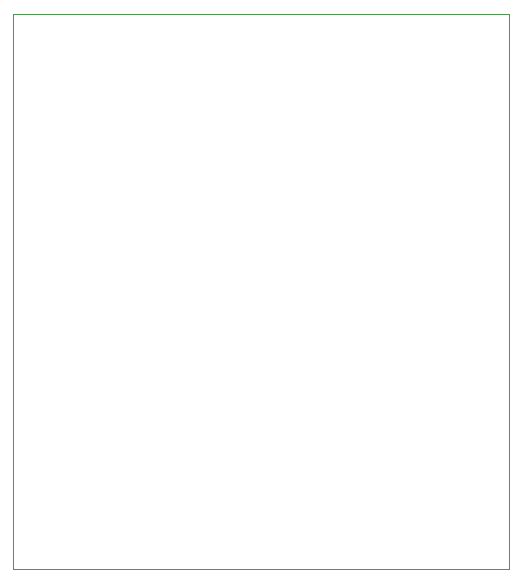
<source format=gbr>
%TF.GenerationSoftware,KiCad,Pcbnew,6.0.7-f9a2dced07~116~ubuntu22.04.1*%
%TF.CreationDate,2022-08-30T22:25:08-07:00*%
%TF.ProjectId,kicad_hello_world,6b696361-645f-4686-956c-6c6f5f776f72,0*%
%TF.SameCoordinates,Original*%
%TF.FileFunction,Profile,NP*%
%FSLAX46Y46*%
G04 Gerber Fmt 4.6, Leading zero omitted, Abs format (unit mm)*
G04 Created by KiCad (PCBNEW 6.0.7-f9a2dced07~116~ubuntu22.04.1) date 2022-08-30 22:25:08*
%MOMM*%
%LPD*%
G01*
G04 APERTURE LIST*
%TA.AperFunction,Profile*%
%ADD10C,0.100000*%
%TD*%
G04 APERTURE END LIST*
D10*
X156000000Y-74000000D02*
X114000000Y-74000000D01*
X114000000Y-74000000D02*
X114000000Y-121000000D01*
X114000000Y-121000000D02*
X156000000Y-121000000D01*
X156000000Y-121000000D02*
X156000000Y-74000000D01*
M02*

</source>
